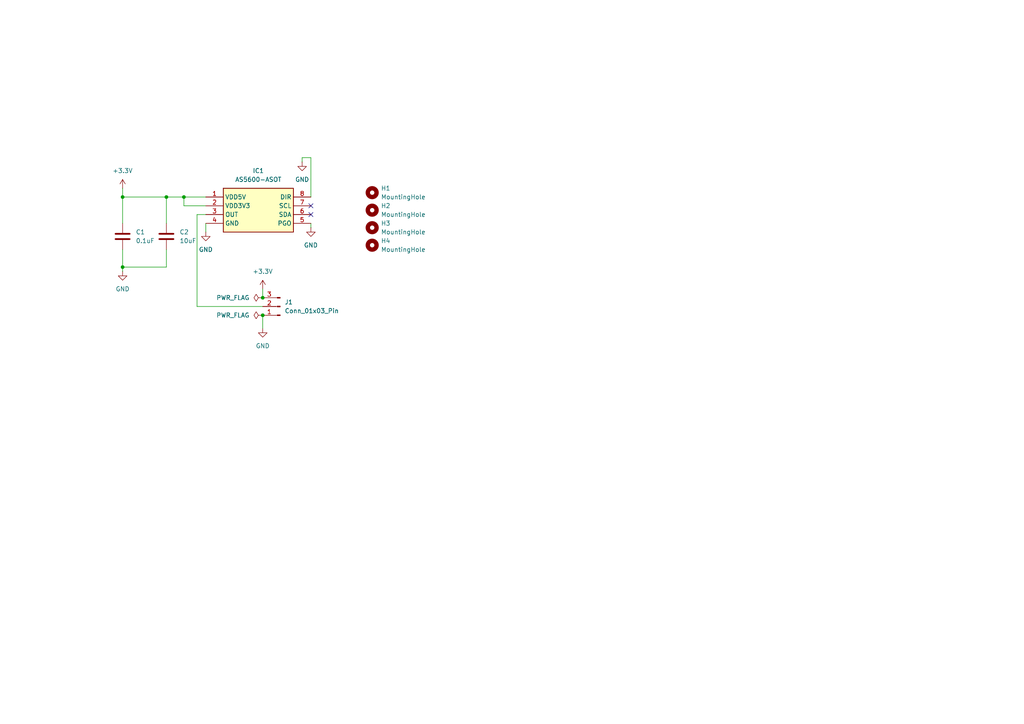
<source format=kicad_sch>
(kicad_sch
	(version 20250114)
	(generator "eeschema")
	(generator_version "9.0")
	(uuid "794d29e3-fe64-4cc2-bad2-bb2c3f72b9a3")
	(paper "A4")
	(lib_symbols
		(symbol "Connector:Conn_01x03_Pin"
			(pin_names
				(offset 1.016)
				(hide yes)
			)
			(exclude_from_sim no)
			(in_bom yes)
			(on_board yes)
			(property "Reference" "J"
				(at 0 5.08 0)
				(effects
					(font
						(size 1.27 1.27)
					)
				)
			)
			(property "Value" "Conn_01x03_Pin"
				(at 0 -5.08 0)
				(effects
					(font
						(size 1.27 1.27)
					)
				)
			)
			(property "Footprint" ""
				(at 0 0 0)
				(effects
					(font
						(size 1.27 1.27)
					)
					(hide yes)
				)
			)
			(property "Datasheet" "~"
				(at 0 0 0)
				(effects
					(font
						(size 1.27 1.27)
					)
					(hide yes)
				)
			)
			(property "Description" "Generic connector, single row, 01x03, script generated"
				(at 0 0 0)
				(effects
					(font
						(size 1.27 1.27)
					)
					(hide yes)
				)
			)
			(property "ki_locked" ""
				(at 0 0 0)
				(effects
					(font
						(size 1.27 1.27)
					)
				)
			)
			(property "ki_keywords" "connector"
				(at 0 0 0)
				(effects
					(font
						(size 1.27 1.27)
					)
					(hide yes)
				)
			)
			(property "ki_fp_filters" "Connector*:*_1x??_*"
				(at 0 0 0)
				(effects
					(font
						(size 1.27 1.27)
					)
					(hide yes)
				)
			)
			(symbol "Conn_01x03_Pin_1_1"
				(rectangle
					(start 0.8636 2.667)
					(end 0 2.413)
					(stroke
						(width 0.1524)
						(type default)
					)
					(fill
						(type outline)
					)
				)
				(rectangle
					(start 0.8636 0.127)
					(end 0 -0.127)
					(stroke
						(width 0.1524)
						(type default)
					)
					(fill
						(type outline)
					)
				)
				(rectangle
					(start 0.8636 -2.413)
					(end 0 -2.667)
					(stroke
						(width 0.1524)
						(type default)
					)
					(fill
						(type outline)
					)
				)
				(polyline
					(pts
						(xy 1.27 2.54) (xy 0.8636 2.54)
					)
					(stroke
						(width 0.1524)
						(type default)
					)
					(fill
						(type none)
					)
				)
				(polyline
					(pts
						(xy 1.27 0) (xy 0.8636 0)
					)
					(stroke
						(width 0.1524)
						(type default)
					)
					(fill
						(type none)
					)
				)
				(polyline
					(pts
						(xy 1.27 -2.54) (xy 0.8636 -2.54)
					)
					(stroke
						(width 0.1524)
						(type default)
					)
					(fill
						(type none)
					)
				)
				(pin passive line
					(at 5.08 2.54 180)
					(length 3.81)
					(name "Pin_1"
						(effects
							(font
								(size 1.27 1.27)
							)
						)
					)
					(number "1"
						(effects
							(font
								(size 1.27 1.27)
							)
						)
					)
				)
				(pin passive line
					(at 5.08 0 180)
					(length 3.81)
					(name "Pin_2"
						(effects
							(font
								(size 1.27 1.27)
							)
						)
					)
					(number "2"
						(effects
							(font
								(size 1.27 1.27)
							)
						)
					)
				)
				(pin passive line
					(at 5.08 -2.54 180)
					(length 3.81)
					(name "Pin_3"
						(effects
							(font
								(size 1.27 1.27)
							)
						)
					)
					(number "3"
						(effects
							(font
								(size 1.27 1.27)
							)
						)
					)
				)
			)
			(embedded_fonts no)
		)
		(symbol "Mechanical:MountingHole"
			(pin_names
				(offset 1.016)
			)
			(exclude_from_sim no)
			(in_bom no)
			(on_board yes)
			(property "Reference" "H"
				(at 0 5.08 0)
				(effects
					(font
						(size 1.27 1.27)
					)
				)
			)
			(property "Value" "MountingHole"
				(at 0 3.175 0)
				(effects
					(font
						(size 1.27 1.27)
					)
				)
			)
			(property "Footprint" ""
				(at 0 0 0)
				(effects
					(font
						(size 1.27 1.27)
					)
					(hide yes)
				)
			)
			(property "Datasheet" "~"
				(at 0 0 0)
				(effects
					(font
						(size 1.27 1.27)
					)
					(hide yes)
				)
			)
			(property "Description" "Mounting Hole without connection"
				(at 0 0 0)
				(effects
					(font
						(size 1.27 1.27)
					)
					(hide yes)
				)
			)
			(property "ki_keywords" "mounting hole"
				(at 0 0 0)
				(effects
					(font
						(size 1.27 1.27)
					)
					(hide yes)
				)
			)
			(property "ki_fp_filters" "MountingHole*"
				(at 0 0 0)
				(effects
					(font
						(size 1.27 1.27)
					)
					(hide yes)
				)
			)
			(symbol "MountingHole_0_1"
				(circle
					(center 0 0)
					(radius 1.27)
					(stroke
						(width 1.27)
						(type default)
					)
					(fill
						(type none)
					)
				)
			)
			(embedded_fonts no)
		)
		(symbol "power:+3.3V"
			(power)
			(pin_numbers
				(hide yes)
			)
			(pin_names
				(offset 0)
				(hide yes)
			)
			(exclude_from_sim no)
			(in_bom yes)
			(on_board yes)
			(property "Reference" "#PWR"
				(at 0 -3.81 0)
				(effects
					(font
						(size 1.27 1.27)
					)
					(hide yes)
				)
			)
			(property "Value" "+3.3V"
				(at 0 3.556 0)
				(effects
					(font
						(size 1.27 1.27)
					)
				)
			)
			(property "Footprint" ""
				(at 0 0 0)
				(effects
					(font
						(size 1.27 1.27)
					)
					(hide yes)
				)
			)
			(property "Datasheet" ""
				(at 0 0 0)
				(effects
					(font
						(size 1.27 1.27)
					)
					(hide yes)
				)
			)
			(property "Description" "Power symbol creates a global label with name \"+3.3V\""
				(at 0 0 0)
				(effects
					(font
						(size 1.27 1.27)
					)
					(hide yes)
				)
			)
			(property "ki_keywords" "global power"
				(at 0 0 0)
				(effects
					(font
						(size 1.27 1.27)
					)
					(hide yes)
				)
			)
			(symbol "+3.3V_0_1"
				(polyline
					(pts
						(xy -0.762 1.27) (xy 0 2.54)
					)
					(stroke
						(width 0)
						(type default)
					)
					(fill
						(type none)
					)
				)
				(polyline
					(pts
						(xy 0 2.54) (xy 0.762 1.27)
					)
					(stroke
						(width 0)
						(type default)
					)
					(fill
						(type none)
					)
				)
				(polyline
					(pts
						(xy 0 0) (xy 0 2.54)
					)
					(stroke
						(width 0)
						(type default)
					)
					(fill
						(type none)
					)
				)
			)
			(symbol "+3.3V_1_1"
				(pin power_in line
					(at 0 0 90)
					(length 0)
					(name "~"
						(effects
							(font
								(size 1.27 1.27)
							)
						)
					)
					(number "1"
						(effects
							(font
								(size 1.27 1.27)
							)
						)
					)
				)
			)
			(embedded_fonts no)
		)
		(symbol "power:GND"
			(power)
			(pin_numbers
				(hide yes)
			)
			(pin_names
				(offset 0)
				(hide yes)
			)
			(exclude_from_sim no)
			(in_bom yes)
			(on_board yes)
			(property "Reference" "#PWR"
				(at 0 -6.35 0)
				(effects
					(font
						(size 1.27 1.27)
					)
					(hide yes)
				)
			)
			(property "Value" "GND"
				(at 0 -3.81 0)
				(effects
					(font
						(size 1.27 1.27)
					)
				)
			)
			(property "Footprint" ""
				(at 0 0 0)
				(effects
					(font
						(size 1.27 1.27)
					)
					(hide yes)
				)
			)
			(property "Datasheet" ""
				(at 0 0 0)
				(effects
					(font
						(size 1.27 1.27)
					)
					(hide yes)
				)
			)
			(property "Description" "Power symbol creates a global label with name \"GND\" , ground"
				(at 0 0 0)
				(effects
					(font
						(size 1.27 1.27)
					)
					(hide yes)
				)
			)
			(property "ki_keywords" "global power"
				(at 0 0 0)
				(effects
					(font
						(size 1.27 1.27)
					)
					(hide yes)
				)
			)
			(symbol "GND_0_1"
				(polyline
					(pts
						(xy 0 0) (xy 0 -1.27) (xy 1.27 -1.27) (xy 0 -2.54) (xy -1.27 -1.27) (xy 0 -1.27)
					)
					(stroke
						(width 0)
						(type default)
					)
					(fill
						(type none)
					)
				)
			)
			(symbol "GND_1_1"
				(pin power_in line
					(at 0 0 270)
					(length 0)
					(name "~"
						(effects
							(font
								(size 1.27 1.27)
							)
						)
					)
					(number "1"
						(effects
							(font
								(size 1.27 1.27)
							)
						)
					)
				)
			)
			(embedded_fonts no)
		)
		(symbol "power:PWR_FLAG"
			(power)
			(pin_numbers
				(hide yes)
			)
			(pin_names
				(offset 0)
				(hide yes)
			)
			(exclude_from_sim no)
			(in_bom yes)
			(on_board yes)
			(property "Reference" "#FLG"
				(at 0 1.905 0)
				(effects
					(font
						(size 1.27 1.27)
					)
					(hide yes)
				)
			)
			(property "Value" "PWR_FLAG"
				(at 0 3.81 0)
				(effects
					(font
						(size 1.27 1.27)
					)
				)
			)
			(property "Footprint" ""
				(at 0 0 0)
				(effects
					(font
						(size 1.27 1.27)
					)
					(hide yes)
				)
			)
			(property "Datasheet" "~"
				(at 0 0 0)
				(effects
					(font
						(size 1.27 1.27)
					)
					(hide yes)
				)
			)
			(property "Description" "Special symbol for telling ERC where power comes from"
				(at 0 0 0)
				(effects
					(font
						(size 1.27 1.27)
					)
					(hide yes)
				)
			)
			(property "ki_keywords" "flag power"
				(at 0 0 0)
				(effects
					(font
						(size 1.27 1.27)
					)
					(hide yes)
				)
			)
			(symbol "PWR_FLAG_0_0"
				(pin power_out line
					(at 0 0 90)
					(length 0)
					(name "~"
						(effects
							(font
								(size 1.27 1.27)
							)
						)
					)
					(number "1"
						(effects
							(font
								(size 1.27 1.27)
							)
						)
					)
				)
			)
			(symbol "PWR_FLAG_0_1"
				(polyline
					(pts
						(xy 0 0) (xy 0 1.27) (xy -1.016 1.905) (xy 0 2.54) (xy 1.016 1.905) (xy 0 1.27)
					)
					(stroke
						(width 0)
						(type default)
					)
					(fill
						(type none)
					)
				)
			)
			(embedded_fonts no)
		)
		(symbol "speed_sensor:AS5600-ASOT"
			(exclude_from_sim no)
			(in_bom yes)
			(on_board yes)
			(property "Reference" "IC"
				(at 26.67 7.62 0)
				(effects
					(font
						(size 1.27 1.27)
					)
					(justify left top)
				)
			)
			(property "Value" "AS5600-ASOT"
				(at 26.67 5.08 0)
				(effects
					(font
						(size 1.27 1.27)
					)
					(justify left top)
				)
			)
			(property "Footprint" "Package_SO:SOIC-8_3.9x4.9mm_P1.27mm"
				(at 26.67 -94.92 0)
				(effects
					(font
						(size 1.27 1.27)
					)
					(justify left top)
					(hide yes)
				)
			)
			(property "Datasheet" "https://datasheet.datasheetarchive.com/originals/distributors/DKDS-11/214624.pdf"
				(at 26.67 -194.92 0)
				(effects
					(font
						(size 1.27 1.27)
					)
					(justify left top)
					(hide yes)
				)
			)
			(property "Description" "Board Mount Hall Effect / Magnetic Sensors AS5600 Magnetic Sensor 12-Bit"
				(at 0 0 0)
				(effects
					(font
						(size 1.27 1.27)
					)
					(hide yes)
				)
			)
			(property "Height" "1.75"
				(at 26.67 -394.92 0)
				(effects
					(font
						(size 1.27 1.27)
					)
					(justify left top)
					(hide yes)
				)
			)
			(property "Mouser Part Number" "985-AS5600-ASOT"
				(at 26.67 -494.92 0)
				(effects
					(font
						(size 1.27 1.27)
					)
					(justify left top)
					(hide yes)
				)
			)
			(property "Mouser Price/Stock" "https://www.mouser.co.uk/ProductDetail/ams-OSRAM/AS5600-ASOT?qs=KTMMzrZdriGJpjhsnAEYBA%3D%3D"
				(at 26.67 -594.92 0)
				(effects
					(font
						(size 1.27 1.27)
					)
					(justify left top)
					(hide yes)
				)
			)
			(property "Manufacturer_Name" "ams OSRAM"
				(at 26.67 -694.92 0)
				(effects
					(font
						(size 1.27 1.27)
					)
					(justify left top)
					(hide yes)
				)
			)
			(property "Manufacturer_Part_Number" "AS5600-ASOT"
				(at 26.67 -794.92 0)
				(effects
					(font
						(size 1.27 1.27)
					)
					(justify left top)
					(hide yes)
				)
			)
			(symbol "AS5600-ASOT_1_1"
				(rectangle
					(start 5.08 2.54)
					(end 25.4 -10.16)
					(stroke
						(width 0.254)
						(type default)
					)
					(fill
						(type background)
					)
				)
				(pin passive line
					(at 0 0 0)
					(length 5.08)
					(name "VDD5V"
						(effects
							(font
								(size 1.27 1.27)
							)
						)
					)
					(number "1"
						(effects
							(font
								(size 1.27 1.27)
							)
						)
					)
				)
				(pin passive line
					(at 0 -2.54 0)
					(length 5.08)
					(name "VDD3V3"
						(effects
							(font
								(size 1.27 1.27)
							)
						)
					)
					(number "2"
						(effects
							(font
								(size 1.27 1.27)
							)
						)
					)
				)
				(pin passive line
					(at 0 -5.08 0)
					(length 5.08)
					(name "OUT"
						(effects
							(font
								(size 1.27 1.27)
							)
						)
					)
					(number "3"
						(effects
							(font
								(size 1.27 1.27)
							)
						)
					)
				)
				(pin passive line
					(at 0 -7.62 0)
					(length 5.08)
					(name "GND"
						(effects
							(font
								(size 1.27 1.27)
							)
						)
					)
					(number "4"
						(effects
							(font
								(size 1.27 1.27)
							)
						)
					)
				)
				(pin passive line
					(at 30.48 0 180)
					(length 5.08)
					(name "DIR"
						(effects
							(font
								(size 1.27 1.27)
							)
						)
					)
					(number "8"
						(effects
							(font
								(size 1.27 1.27)
							)
						)
					)
				)
				(pin passive line
					(at 30.48 -2.54 180)
					(length 5.08)
					(name "SCL"
						(effects
							(font
								(size 1.27 1.27)
							)
						)
					)
					(number "7"
						(effects
							(font
								(size 1.27 1.27)
							)
						)
					)
				)
				(pin passive line
					(at 30.48 -5.08 180)
					(length 5.08)
					(name "SDA"
						(effects
							(font
								(size 1.27 1.27)
							)
						)
					)
					(number "6"
						(effects
							(font
								(size 1.27 1.27)
							)
						)
					)
				)
				(pin passive line
					(at 30.48 -7.62 180)
					(length 5.08)
					(name "PGO"
						(effects
							(font
								(size 1.27 1.27)
							)
						)
					)
					(number "5"
						(effects
							(font
								(size 1.27 1.27)
							)
						)
					)
				)
			)
			(embedded_fonts no)
		)
		(symbol "speed_sensor:C320C104K5R5TA"
			(pin_numbers
				(hide yes)
			)
			(pin_names
				(offset 0.254)
			)
			(exclude_from_sim no)
			(in_bom yes)
			(on_board yes)
			(property "Reference" "C"
				(at 0.635 2.54 0)
				(effects
					(font
						(size 1.27 1.27)
					)
					(justify left)
				)
			)
			(property "Value" "0.1uF"
				(at 0.635 -2.54 0)
				(effects
					(font
						(size 1.27 1.27)
					)
					(justify left)
				)
			)
			(property "Footprint" "project:CAP_C320_KEM"
				(at 0.9652 -3.81 0)
				(effects
					(font
						(size 1.27 1.27)
					)
					(hide yes)
				)
			)
			(property "Datasheet" "~"
				(at 0 0 0)
				(effects
					(font
						(size 1.27 1.27)
					)
					(hide yes)
				)
			)
			(property "Description" "0.1 µF ±10% 50V Ceramic Capacitor X7R Radial"
				(at 0 0 0)
				(effects
					(font
						(size 1.27 1.27)
					)
					(hide yes)
				)
			)
			(property "Part #" "C320C104K5R5TA"
				(at 0 0 0)
				(effects
					(font
						(size 1.27 1.27)
					)
					(hide yes)
				)
			)
			(property "MFG" "Kemet"
				(at 0 0 0)
				(effects
					(font
						(size 1.27 1.27)
					)
					(hide yes)
				)
			)
			(property "ki_keywords" "cap capacitor"
				(at 0 0 0)
				(effects
					(font
						(size 1.27 1.27)
					)
					(hide yes)
				)
			)
			(property "ki_fp_filters" "C_*"
				(at 0 0 0)
				(effects
					(font
						(size 1.27 1.27)
					)
					(hide yes)
				)
			)
			(symbol "C320C104K5R5TA_0_1"
				(polyline
					(pts
						(xy -2.032 0.762) (xy 2.032 0.762)
					)
					(stroke
						(width 0.508)
						(type default)
					)
					(fill
						(type none)
					)
				)
				(polyline
					(pts
						(xy -2.032 -0.762) (xy 2.032 -0.762)
					)
					(stroke
						(width 0.508)
						(type default)
					)
					(fill
						(type none)
					)
				)
			)
			(symbol "C320C104K5R5TA_1_1"
				(pin passive line
					(at 0 3.81 270)
					(length 2.794)
					(name "~"
						(effects
							(font
								(size 1.27 1.27)
							)
						)
					)
					(number "1"
						(effects
							(font
								(size 1.27 1.27)
							)
						)
					)
				)
				(pin passive line
					(at 0 -3.81 90)
					(length 2.794)
					(name "~"
						(effects
							(font
								(size 1.27 1.27)
							)
						)
					)
					(number "2"
						(effects
							(font
								(size 1.27 1.27)
							)
						)
					)
				)
			)
			(embedded_fonts no)
		)
		(symbol "speed_sensor:FG20X7R1H106KRT06"
			(pin_numbers
				(hide yes)
			)
			(pin_names
				(offset 0.254)
			)
			(exclude_from_sim no)
			(in_bom yes)
			(on_board yes)
			(property "Reference" "C"
				(at 0.635 2.54 0)
				(effects
					(font
						(size 1.27 1.27)
					)
					(justify left)
				)
			)
			(property "Value" "10uF"
				(at 0.635 -2.54 0)
				(effects
					(font
						(size 1.27 1.27)
					)
					(justify left)
				)
			)
			(property "Footprint" "Capacitor_THT:CP_Radial_Tantal_D5.5mm_P5.00mm"
				(at 0.9652 -3.81 0)
				(effects
					(font
						(size 1.27 1.27)
					)
					(hide yes)
				)
			)
			(property "Datasheet" "~"
				(at 0 0 0)
				(effects
					(font
						(size 1.27 1.27)
					)
					(hide yes)
				)
			)
			(property "Description" "10 µF ±10% 50V Ceramic Capacitor X7R Radial"
				(at 0 0 0)
				(effects
					(font
						(size 1.27 1.27)
					)
					(hide yes)
				)
			)
			(property "Part #" "FG20X7R1H106KRT06"
				(at 0 0 0)
				(effects
					(font
						(size 1.27 1.27)
					)
					(hide yes)
				)
			)
			(property "MFG" "TDK Corporation"
				(at 0 0 0)
				(effects
					(font
						(size 1.27 1.27)
					)
					(hide yes)
				)
			)
			(property "ki_keywords" "cap capacitor"
				(at 0 0 0)
				(effects
					(font
						(size 1.27 1.27)
					)
					(hide yes)
				)
			)
			(property "ki_fp_filters" "C_*"
				(at 0 0 0)
				(effects
					(font
						(size 1.27 1.27)
					)
					(hide yes)
				)
			)
			(symbol "FG20X7R1H106KRT06_0_1"
				(polyline
					(pts
						(xy -2.032 0.762) (xy 2.032 0.762)
					)
					(stroke
						(width 0.508)
						(type default)
					)
					(fill
						(type none)
					)
				)
				(polyline
					(pts
						(xy -2.032 -0.762) (xy 2.032 -0.762)
					)
					(stroke
						(width 0.508)
						(type default)
					)
					(fill
						(type none)
					)
				)
			)
			(symbol "FG20X7R1H106KRT06_1_1"
				(pin passive line
					(at 0 3.81 270)
					(length 2.794)
					(name "~"
						(effects
							(font
								(size 1.27 1.27)
							)
						)
					)
					(number "1"
						(effects
							(font
								(size 1.27 1.27)
							)
						)
					)
				)
				(pin passive line
					(at 0 -3.81 90)
					(length 2.794)
					(name "~"
						(effects
							(font
								(size 1.27 1.27)
							)
						)
					)
					(number "2"
						(effects
							(font
								(size 1.27 1.27)
							)
						)
					)
				)
			)
			(embedded_fonts no)
		)
	)
	(junction
		(at 48.26 57.15)
		(diameter 0)
		(color 0 0 0 0)
		(uuid "04768532-e1ae-478f-bc3f-a47c0994ab39")
	)
	(junction
		(at 76.2 91.44)
		(diameter 0)
		(color 0 0 0 0)
		(uuid "5848b014-c17a-4415-a30c-45965fe355db")
	)
	(junction
		(at 53.34 57.15)
		(diameter 0)
		(color 0 0 0 0)
		(uuid "95527b6b-b15c-4e35-ab11-c81654c3ca16")
	)
	(junction
		(at 76.2 86.36)
		(diameter 0)
		(color 0 0 0 0)
		(uuid "9d2bd264-9d43-4be9-a710-96c075c712df")
	)
	(junction
		(at 35.56 77.47)
		(diameter 0)
		(color 0 0 0 0)
		(uuid "aa59cef3-d328-4cc7-8c10-a67c9c26ca32")
	)
	(junction
		(at 35.56 57.15)
		(diameter 0)
		(color 0 0 0 0)
		(uuid "ec79bffb-9049-4e17-9c8f-f68ad6320d63")
	)
	(no_connect
		(at 90.17 59.69)
		(uuid "d0e5e006-7d53-4605-814b-3bb3f3aa6b55")
	)
	(no_connect
		(at 90.17 62.23)
		(uuid "f49bc007-361d-4208-bf50-dab2dd29a7e1")
	)
	(wire
		(pts
			(xy 48.26 57.15) (xy 48.26 64.77)
		)
		(stroke
			(width 0)
			(type default)
		)
		(uuid "03502b9d-89db-47e3-b360-6ecefbd92607")
	)
	(wire
		(pts
			(xy 57.15 62.23) (xy 59.69 62.23)
		)
		(stroke
			(width 0)
			(type default)
		)
		(uuid "29aeac80-cd8c-48e6-b3a7-50d9a437229b")
	)
	(wire
		(pts
			(xy 35.56 57.15) (xy 35.56 64.77)
		)
		(stroke
			(width 0)
			(type default)
		)
		(uuid "31c38018-f43b-4ac1-9875-2e527df23f2c")
	)
	(wire
		(pts
			(xy 59.69 57.15) (xy 53.34 57.15)
		)
		(stroke
			(width 0)
			(type default)
		)
		(uuid "36421edb-f0bc-4692-a4a1-e29cd48fe222")
	)
	(wire
		(pts
			(xy 76.2 83.82) (xy 76.2 86.36)
		)
		(stroke
			(width 0)
			(type default)
		)
		(uuid "42beae1e-ace2-44d9-b214-4b8efd72d16d")
	)
	(wire
		(pts
			(xy 87.63 45.72) (xy 87.63 46.99)
		)
		(stroke
			(width 0)
			(type default)
		)
		(uuid "66f29451-92b1-4066-a273-2634386c2283")
	)
	(wire
		(pts
			(xy 35.56 54.61) (xy 35.56 57.15)
		)
		(stroke
			(width 0)
			(type default)
		)
		(uuid "6bf54889-7baf-4bee-8d42-aeca44548e16")
	)
	(wire
		(pts
			(xy 90.17 57.15) (xy 90.17 45.72)
		)
		(stroke
			(width 0)
			(type default)
		)
		(uuid "6c1719b5-8a37-4cef-81a2-aa1abcee3c72")
	)
	(wire
		(pts
			(xy 48.26 57.15) (xy 35.56 57.15)
		)
		(stroke
			(width 0)
			(type default)
		)
		(uuid "7ec06e7e-8460-49ad-b9cf-70058a0837cd")
	)
	(wire
		(pts
			(xy 90.17 45.72) (xy 87.63 45.72)
		)
		(stroke
			(width 0)
			(type default)
		)
		(uuid "8698514f-0bfb-4700-a1d0-b5c26e301162")
	)
	(wire
		(pts
			(xy 59.69 64.77) (xy 59.69 67.31)
		)
		(stroke
			(width 0)
			(type default)
		)
		(uuid "97c72671-1f74-4af0-bc04-1cba6e3c9dc4")
	)
	(wire
		(pts
			(xy 90.17 66.04) (xy 90.17 64.77)
		)
		(stroke
			(width 0)
			(type default)
		)
		(uuid "a0f7a226-d270-4199-969b-a92feb224d15")
	)
	(wire
		(pts
			(xy 59.69 59.69) (xy 53.34 59.69)
		)
		(stroke
			(width 0)
			(type default)
		)
		(uuid "b02af5b5-4bbe-4405-974d-853396f6d20d")
	)
	(wire
		(pts
			(xy 57.15 62.23) (xy 57.15 88.9)
		)
		(stroke
			(width 0)
			(type default)
		)
		(uuid "b35a36db-29c4-46fc-b366-923df43d6aba")
	)
	(wire
		(pts
			(xy 35.56 72.39) (xy 35.56 77.47)
		)
		(stroke
			(width 0)
			(type default)
		)
		(uuid "c2407aee-dd07-4f48-bc7c-fbbeaaec1ce4")
	)
	(wire
		(pts
			(xy 76.2 91.44) (xy 76.2 95.25)
		)
		(stroke
			(width 0)
			(type default)
		)
		(uuid "d68e8360-a6fe-478b-b9d3-8bde2967aa6e")
	)
	(wire
		(pts
			(xy 53.34 57.15) (xy 48.26 57.15)
		)
		(stroke
			(width 0)
			(type default)
		)
		(uuid "d7b3ddfa-8fd2-4c9a-82d8-820ea6ce42ef")
	)
	(wire
		(pts
			(xy 48.26 72.39) (xy 48.26 77.47)
		)
		(stroke
			(width 0)
			(type default)
		)
		(uuid "ea707cc5-76e2-4322-a484-c61e4e922ce4")
	)
	(wire
		(pts
			(xy 35.56 77.47) (xy 35.56 78.74)
		)
		(stroke
			(width 0)
			(type default)
		)
		(uuid "eb538722-1bbd-4491-97e5-8ce174ec0f70")
	)
	(wire
		(pts
			(xy 53.34 59.69) (xy 53.34 57.15)
		)
		(stroke
			(width 0)
			(type default)
		)
		(uuid "f1a9e080-9cd5-49cd-93fb-ed7e03735449")
	)
	(wire
		(pts
			(xy 48.26 77.47) (xy 35.56 77.47)
		)
		(stroke
			(width 0)
			(type default)
		)
		(uuid "f5bb2abc-d742-47b7-813a-834c86ce9bc4")
	)
	(wire
		(pts
			(xy 57.15 88.9) (xy 76.2 88.9)
		)
		(stroke
			(width 0)
			(type default)
		)
		(uuid "f79610f6-f76d-446f-b9bf-01b115421e2e")
	)
	(symbol
		(lib_id "power:GND")
		(at 59.69 67.31 0)
		(unit 1)
		(exclude_from_sim no)
		(in_bom yes)
		(on_board yes)
		(dnp no)
		(fields_autoplaced yes)
		(uuid "06aeed6a-07b6-4f0d-8c58-060672a84a58")
		(property "Reference" "#PWR03"
			(at 59.69 73.66 0)
			(effects
				(font
					(size 1.27 1.27)
				)
				(hide yes)
			)
		)
		(property "Value" "GND"
			(at 59.69 72.39 0)
			(effects
				(font
					(size 1.27 1.27)
				)
			)
		)
		(property "Footprint" ""
			(at 59.69 67.31 0)
			(effects
				(font
					(size 1.27 1.27)
				)
				(hide yes)
			)
		)
		(property "Datasheet" ""
			(at 59.69 67.31 0)
			(effects
				(font
					(size 1.27 1.27)
				)
				(hide yes)
			)
		)
		(property "Description" "Power symbol creates a global label with name \"GND\" , ground"
			(at 59.69 67.31 0)
			(effects
				(font
					(size 1.27 1.27)
				)
				(hide yes)
			)
		)
		(pin "1"
			(uuid "73c6441b-4123-4cb2-a248-203c960a6df2")
		)
		(instances
			(project "speed-sensor-PCB"
				(path "/794d29e3-fe64-4cc2-bad2-bb2c3f72b9a3"
					(reference "#PWR03")
					(unit 1)
				)
			)
		)
	)
	(symbol
		(lib_id "Mechanical:MountingHole")
		(at 107.95 60.96 0)
		(unit 1)
		(exclude_from_sim no)
		(in_bom no)
		(on_board yes)
		(dnp no)
		(fields_autoplaced yes)
		(uuid "0cc5f733-4e1b-4894-89e8-ff76a1777e17")
		(property "Reference" "H2"
			(at 110.49 59.6899 0)
			(effects
				(font
					(size 1.27 1.27)
				)
				(justify left)
			)
		)
		(property "Value" "MountingHole"
			(at 110.49 62.2299 0)
			(effects
				(font
					(size 1.27 1.27)
				)
				(justify left)
			)
		)
		(property "Footprint" "MountingHole:MountingHole_3.2mm_M3_ISO7380"
			(at 107.95 60.96 0)
			(effects
				(font
					(size 1.27 1.27)
				)
				(hide yes)
			)
		)
		(property "Datasheet" "~"
			(at 107.95 60.96 0)
			(effects
				(font
					(size 1.27 1.27)
				)
				(hide yes)
			)
		)
		(property "Description" "Mounting Hole without connection"
			(at 107.95 60.96 0)
			(effects
				(font
					(size 1.27 1.27)
				)
				(hide yes)
			)
		)
		(instances
			(project "speed-sensor-PCB"
				(path "/794d29e3-fe64-4cc2-bad2-bb2c3f72b9a3"
					(reference "H2")
					(unit 1)
				)
			)
		)
	)
	(symbol
		(lib_id "Connector:Conn_01x03_Pin")
		(at 81.28 88.9 180)
		(unit 1)
		(exclude_from_sim no)
		(in_bom yes)
		(on_board yes)
		(dnp no)
		(fields_autoplaced yes)
		(uuid "2bbd1bef-43ad-4b73-85c0-c85849c78d29")
		(property "Reference" "J1"
			(at 82.55 87.6299 0)
			(effects
				(font
					(size 1.27 1.27)
				)
				(justify right)
			)
		)
		(property "Value" "Conn_01x03_Pin"
			(at 82.55 90.1699 0)
			(effects
				(font
					(size 1.27 1.27)
				)
				(justify right)
			)
		)
		(property "Footprint" "Connector_JST:JST_VH_B3P-VH-FB-B_1x03_P3.96mm_Vertical"
			(at 81.28 88.9 0)
			(effects
				(font
					(size 1.27 1.27)
				)
				(hide yes)
			)
		)
		(property "Datasheet" "~"
			(at 81.28 88.9 0)
			(effects
				(font
					(size 1.27 1.27)
				)
				(hide yes)
			)
		)
		(property "Description" "Generic connector, single row, 01x03, script generated"
			(at 81.28 88.9 0)
			(effects
				(font
					(size 1.27 1.27)
				)
				(hide yes)
			)
		)
		(pin "1"
			(uuid "22944a66-8a6c-4e56-be77-d4b4e3b1541c")
		)
		(pin "3"
			(uuid "0545f4e7-8ac2-4639-b1de-522dc5ce8c76")
		)
		(pin "2"
			(uuid "6a19b0b1-6b8e-41aa-adaf-6e81741153d0")
		)
		(instances
			(project ""
				(path "/794d29e3-fe64-4cc2-bad2-bb2c3f72b9a3"
					(reference "J1")
					(unit 1)
				)
			)
		)
	)
	(symbol
		(lib_id "Mechanical:MountingHole")
		(at 107.95 66.04 0)
		(unit 1)
		(exclude_from_sim no)
		(in_bom no)
		(on_board yes)
		(dnp no)
		(fields_autoplaced yes)
		(uuid "342caa50-0dc1-46be-af13-91cc34f0bfd4")
		(property "Reference" "H3"
			(at 110.49 64.7699 0)
			(effects
				(font
					(size 1.27 1.27)
				)
				(justify left)
			)
		)
		(property "Value" "MountingHole"
			(at 110.49 67.3099 0)
			(effects
				(font
					(size 1.27 1.27)
				)
				(justify left)
			)
		)
		(property "Footprint" "MountingHole:MountingHole_3.2mm_M3_ISO7380"
			(at 107.95 66.04 0)
			(effects
				(font
					(size 1.27 1.27)
				)
				(hide yes)
			)
		)
		(property "Datasheet" "~"
			(at 107.95 66.04 0)
			(effects
				(font
					(size 1.27 1.27)
				)
				(hide yes)
			)
		)
		(property "Description" "Mounting Hole without connection"
			(at 107.95 66.04 0)
			(effects
				(font
					(size 1.27 1.27)
				)
				(hide yes)
			)
		)
		(instances
			(project "speed-sensor-PCB"
				(path "/794d29e3-fe64-4cc2-bad2-bb2c3f72b9a3"
					(reference "H3")
					(unit 1)
				)
			)
		)
	)
	(symbol
		(lib_id "power:GND")
		(at 35.56 78.74 0)
		(unit 1)
		(exclude_from_sim no)
		(in_bom yes)
		(on_board yes)
		(dnp no)
		(fields_autoplaced yes)
		(uuid "3d95f20b-c3e4-4db9-bc6f-03aa74c026db")
		(property "Reference" "#PWR02"
			(at 35.56 85.09 0)
			(effects
				(font
					(size 1.27 1.27)
				)
				(hide yes)
			)
		)
		(property "Value" "GND"
			(at 35.56 83.82 0)
			(effects
				(font
					(size 1.27 1.27)
				)
			)
		)
		(property "Footprint" ""
			(at 35.56 78.74 0)
			(effects
				(font
					(size 1.27 1.27)
				)
				(hide yes)
			)
		)
		(property "Datasheet" ""
			(at 35.56 78.74 0)
			(effects
				(font
					(size 1.27 1.27)
				)
				(hide yes)
			)
		)
		(property "Description" "Power symbol creates a global label with name \"GND\" , ground"
			(at 35.56 78.74 0)
			(effects
				(font
					(size 1.27 1.27)
				)
				(hide yes)
			)
		)
		(pin "1"
			(uuid "882b1b23-6e73-4344-a2a0-106327d2fb3a")
		)
		(instances
			(project ""
				(path "/794d29e3-fe64-4cc2-bad2-bb2c3f72b9a3"
					(reference "#PWR02")
					(unit 1)
				)
			)
		)
	)
	(symbol
		(lib_id "power:PWR_FLAG")
		(at 76.2 86.36 90)
		(unit 1)
		(exclude_from_sim no)
		(in_bom yes)
		(on_board yes)
		(dnp no)
		(fields_autoplaced yes)
		(uuid "50e8d488-dc25-4e56-876d-16f00f189565")
		(property "Reference" "#FLG01"
			(at 74.295 86.36 0)
			(effects
				(font
					(size 1.27 1.27)
				)
				(hide yes)
			)
		)
		(property "Value" "PWR_FLAG"
			(at 72.39 86.3599 90)
			(effects
				(font
					(size 1.27 1.27)
				)
				(justify left)
			)
		)
		(property "Footprint" ""
			(at 76.2 86.36 0)
			(effects
				(font
					(size 1.27 1.27)
				)
				(hide yes)
			)
		)
		(property "Datasheet" "~"
			(at 76.2 86.36 0)
			(effects
				(font
					(size 1.27 1.27)
				)
				(hide yes)
			)
		)
		(property "Description" "Special symbol for telling ERC where power comes from"
			(at 76.2 86.36 0)
			(effects
				(font
					(size 1.27 1.27)
				)
				(hide yes)
			)
		)
		(pin "1"
			(uuid "f979a706-7c8f-4ea6-a690-2c0d9cfcc6b1")
		)
		(instances
			(project "speed-sensor-PCB"
				(path "/794d29e3-fe64-4cc2-bad2-bb2c3f72b9a3"
					(reference "#FLG01")
					(unit 1)
				)
			)
		)
	)
	(symbol
		(lib_id "power:PWR_FLAG")
		(at 76.2 91.44 90)
		(unit 1)
		(exclude_from_sim no)
		(in_bom yes)
		(on_board yes)
		(dnp no)
		(fields_autoplaced yes)
		(uuid "61f7b5be-eccb-49c8-ac6d-d180012e780a")
		(property "Reference" "#FLG03"
			(at 74.295 91.44 0)
			(effects
				(font
					(size 1.27 1.27)
				)
				(hide yes)
			)
		)
		(property "Value" "PWR_FLAG"
			(at 72.39 91.4399 90)
			(effects
				(font
					(size 1.27 1.27)
				)
				(justify left)
			)
		)
		(property "Footprint" ""
			(at 76.2 91.44 0)
			(effects
				(font
					(size 1.27 1.27)
				)
				(hide yes)
			)
		)
		(property "Datasheet" "~"
			(at 76.2 91.44 0)
			(effects
				(font
					(size 1.27 1.27)
				)
				(hide yes)
			)
		)
		(property "Description" "Special symbol for telling ERC where power comes from"
			(at 76.2 91.44 0)
			(effects
				(font
					(size 1.27 1.27)
				)
				(hide yes)
			)
		)
		(pin "1"
			(uuid "05aa7fa4-756f-487c-a8dd-1a96fe54bf14")
		)
		(instances
			(project "speed-sensor-PCB"
				(path "/794d29e3-fe64-4cc2-bad2-bb2c3f72b9a3"
					(reference "#FLG03")
					(unit 1)
				)
			)
		)
	)
	(symbol
		(lib_id "power:GND")
		(at 90.17 66.04 0)
		(unit 1)
		(exclude_from_sim no)
		(in_bom yes)
		(on_board yes)
		(dnp no)
		(fields_autoplaced yes)
		(uuid "8013d906-5204-40e0-92c8-4b7254443c25")
		(property "Reference" "#PWR05"
			(at 90.17 72.39 0)
			(effects
				(font
					(size 1.27 1.27)
				)
				(hide yes)
			)
		)
		(property "Value" "GND"
			(at 90.17 71.12 0)
			(effects
				(font
					(size 1.27 1.27)
				)
			)
		)
		(property "Footprint" ""
			(at 90.17 66.04 0)
			(effects
				(font
					(size 1.27 1.27)
				)
				(hide yes)
			)
		)
		(property "Datasheet" ""
			(at 90.17 66.04 0)
			(effects
				(font
					(size 1.27 1.27)
				)
				(hide yes)
			)
		)
		(property "Description" "Power symbol creates a global label with name \"GND\" , ground"
			(at 90.17 66.04 0)
			(effects
				(font
					(size 1.27 1.27)
				)
				(hide yes)
			)
		)
		(pin "1"
			(uuid "0db21cea-855c-4d65-87eb-65d7bce66ffb")
		)
		(instances
			(project "speed-sensor-PCB"
				(path "/794d29e3-fe64-4cc2-bad2-bb2c3f72b9a3"
					(reference "#PWR05")
					(unit 1)
				)
			)
		)
	)
	(symbol
		(lib_id "Mechanical:MountingHole")
		(at 107.95 71.12 0)
		(unit 1)
		(exclude_from_sim no)
		(in_bom no)
		(on_board yes)
		(dnp no)
		(fields_autoplaced yes)
		(uuid "8198c486-ca80-45e6-af0c-5f5839949bcf")
		(property "Reference" "H4"
			(at 110.49 69.8499 0)
			(effects
				(font
					(size 1.27 1.27)
				)
				(justify left)
			)
		)
		(property "Value" "MountingHole"
			(at 110.49 72.3899 0)
			(effects
				(font
					(size 1.27 1.27)
				)
				(justify left)
			)
		)
		(property "Footprint" "MountingHole:MountingHole_3.2mm_M3_ISO7380"
			(at 107.95 71.12 0)
			(effects
				(font
					(size 1.27 1.27)
				)
				(hide yes)
			)
		)
		(property "Datasheet" "~"
			(at 107.95 71.12 0)
			(effects
				(font
					(size 1.27 1.27)
				)
				(hide yes)
			)
		)
		(property "Description" "Mounting Hole without connection"
			(at 107.95 71.12 0)
			(effects
				(font
					(size 1.27 1.27)
				)
				(hide yes)
			)
		)
		(instances
			(project "speed-sensor-PCB"
				(path "/794d29e3-fe64-4cc2-bad2-bb2c3f72b9a3"
					(reference "H4")
					(unit 1)
				)
			)
		)
	)
	(symbol
		(lib_id "speed_sensor:FG20X7R1H106KRT06")
		(at 48.26 68.58 0)
		(unit 1)
		(exclude_from_sim no)
		(in_bom yes)
		(on_board yes)
		(dnp no)
		(fields_autoplaced yes)
		(uuid "9814fdd4-500f-4f2e-8f29-44f7b79f7f9f")
		(property "Reference" "C2"
			(at 52.07 67.3099 0)
			(effects
				(font
					(size 1.27 1.27)
				)
				(justify left)
			)
		)
		(property "Value" "10uF"
			(at 52.07 69.8499 0)
			(effects
				(font
					(size 1.27 1.27)
				)
				(justify left)
			)
		)
		(property "Footprint" "Capacitor_THT:CP_Radial_Tantal_D5.5mm_P5.00mm"
			(at 49.2252 72.39 0)
			(effects
				(font
					(size 1.27 1.27)
				)
				(hide yes)
			)
		)
		(property "Datasheet" "~"
			(at 48.26 68.58 0)
			(effects
				(font
					(size 1.27 1.27)
				)
				(hide yes)
			)
		)
		(property "Description" "10 µF ±10% 50V Ceramic Capacitor X7R Radial"
			(at 48.26 68.58 0)
			(effects
				(font
					(size 1.27 1.27)
				)
				(hide yes)
			)
		)
		(property "Part #" "FG20X7R1H106KRT06"
			(at 48.26 68.58 0)
			(effects
				(font
					(size 1.27 1.27)
				)
				(hide yes)
			)
		)
		(property "MFG" "TDK Corporation"
			(at 48.26 68.58 0)
			(effects
				(font
					(size 1.27 1.27)
				)
				(hide yes)
			)
		)
		(pin "1"
			(uuid "e8b7b9e9-8e2e-40c4-aaf9-98d32f677435")
		)
		(pin "2"
			(uuid "c42c2a0d-7792-46a4-9865-7524eb0a4769")
		)
		(instances
			(project ""
				(path "/794d29e3-fe64-4cc2-bad2-bb2c3f72b9a3"
					(reference "C2")
					(unit 1)
				)
			)
		)
	)
	(symbol
		(lib_id "power:+3.3V")
		(at 76.2 83.82 0)
		(unit 1)
		(exclude_from_sim no)
		(in_bom yes)
		(on_board yes)
		(dnp no)
		(fields_autoplaced yes)
		(uuid "9e609f85-b6a0-4ab1-8782-16039ddfa6c1")
		(property "Reference" "#PWR06"
			(at 76.2 87.63 0)
			(effects
				(font
					(size 1.27 1.27)
				)
				(hide yes)
			)
		)
		(property "Value" "+3.3V"
			(at 76.2 78.74 0)
			(effects
				(font
					(size 1.27 1.27)
				)
			)
		)
		(property "Footprint" ""
			(at 76.2 83.82 0)
			(effects
				(font
					(size 1.27 1.27)
				)
				(hide yes)
			)
		)
		(property "Datasheet" ""
			(at 76.2 83.82 0)
			(effects
				(font
					(size 1.27 1.27)
				)
				(hide yes)
			)
		)
		(property "Description" "Power symbol creates a global label with name \"+3.3V\""
			(at 76.2 83.82 0)
			(effects
				(font
					(size 1.27 1.27)
				)
				(hide yes)
			)
		)
		(pin "1"
			(uuid "b2cbbbbd-d3e0-4ac4-a87b-5dfe63e7b7f0")
		)
		(instances
			(project "speed-sensor-PCB"
				(path "/794d29e3-fe64-4cc2-bad2-bb2c3f72b9a3"
					(reference "#PWR06")
					(unit 1)
				)
			)
		)
	)
	(symbol
		(lib_id "speed_sensor:AS5600-ASOT")
		(at 59.69 57.15 0)
		(unit 1)
		(exclude_from_sim no)
		(in_bom yes)
		(on_board yes)
		(dnp no)
		(fields_autoplaced yes)
		(uuid "b828541f-cc98-432f-9939-217ea5253793")
		(property "Reference" "IC1"
			(at 74.93 49.53 0)
			(effects
				(font
					(size 1.27 1.27)
				)
			)
		)
		(property "Value" "AS5600-ASOT"
			(at 74.93 52.07 0)
			(effects
				(font
					(size 1.27 1.27)
				)
			)
		)
		(property "Footprint" "Package_SO:SOIC-8_3.9x4.9mm_P1.27mm"
			(at 86.36 152.07 0)
			(effects
				(font
					(size 1.27 1.27)
				)
				(justify left top)
				(hide yes)
			)
		)
		(property "Datasheet" "https://datasheet.datasheetarchive.com/originals/distributors/DKDS-11/214624.pdf"
			(at 86.36 252.07 0)
			(effects
				(font
					(size 1.27 1.27)
				)
				(justify left top)
				(hide yes)
			)
		)
		(property "Description" "Board Mount Hall Effect / Magnetic Sensors AS5600 Magnetic Sensor 12-Bit"
			(at 59.69 57.15 0)
			(effects
				(font
					(size 1.27 1.27)
				)
				(hide yes)
			)
		)
		(property "Height" "1.75"
			(at 86.36 452.07 0)
			(effects
				(font
					(size 1.27 1.27)
				)
				(justify left top)
				(hide yes)
			)
		)
		(property "Mouser Part Number" "985-AS5600-ASOT"
			(at 86.36 552.07 0)
			(effects
				(font
					(size 1.27 1.27)
				)
				(justify left top)
				(hide yes)
			)
		)
		(property "Mouser Price/Stock" "https://www.mouser.co.uk/ProductDetail/ams-OSRAM/AS5600-ASOT?qs=KTMMzrZdriGJpjhsnAEYBA%3D%3D"
			(at 86.36 652.07 0)
			(effects
				(font
					(size 1.27 1.27)
				)
				(justify left top)
				(hide yes)
			)
		)
		(property "Manufacturer_Name" "ams OSRAM"
			(at 86.36 752.07 0)
			(effects
				(font
					(size 1.27 1.27)
				)
				(justify left top)
				(hide yes)
			)
		)
		(property "Manufacturer_Part_Number" "AS5600-ASOT"
			(at 86.36 852.07 0)
			(effects
				(font
					(size 1.27 1.27)
				)
				(justify left top)
				(hide yes)
			)
		)
		(pin "2"
			(uuid "f68bf6eb-f8e4-4933-9a20-f0bf3f2965cd")
		)
		(pin "1"
			(uuid "5f418c5d-b0d7-40ad-85d0-1badcd798e2a")
		)
		(pin "5"
			(uuid "c342eddc-d623-4b25-aa43-e107fe5b2c86")
		)
		(pin "3"
			(uuid "3c1f9372-93cd-43f9-9d3c-e98ace1367dd")
		)
		(pin "8"
			(uuid "901cbd3c-52e5-458b-b90a-7fc32be2f726")
		)
		(pin "7"
			(uuid "226208d5-f77f-4fbd-8be0-7bf7774f7dee")
		)
		(pin "6"
			(uuid "c8b3e53e-a67d-4255-852a-41e186127945")
		)
		(pin "4"
			(uuid "35b5797c-ea79-4e7f-8df6-a06141f95a8e")
		)
		(instances
			(project ""
				(path "/794d29e3-fe64-4cc2-bad2-bb2c3f72b9a3"
					(reference "IC1")
					(unit 1)
				)
			)
		)
	)
	(symbol
		(lib_id "power:GND")
		(at 87.63 46.99 0)
		(unit 1)
		(exclude_from_sim no)
		(in_bom yes)
		(on_board yes)
		(dnp no)
		(fields_autoplaced yes)
		(uuid "b867d68d-ae57-4138-a108-5b4403678a23")
		(property "Reference" "#PWR04"
			(at 87.63 53.34 0)
			(effects
				(font
					(size 1.27 1.27)
				)
				(hide yes)
			)
		)
		(property "Value" "GND"
			(at 87.63 52.07 0)
			(effects
				(font
					(size 1.27 1.27)
				)
			)
		)
		(property "Footprint" ""
			(at 87.63 46.99 0)
			(effects
				(font
					(size 1.27 1.27)
				)
				(hide yes)
			)
		)
		(property "Datasheet" ""
			(at 87.63 46.99 0)
			(effects
				(font
					(size 1.27 1.27)
				)
				(hide yes)
			)
		)
		(property "Description" "Power symbol creates a global label with name \"GND\" , ground"
			(at 87.63 46.99 0)
			(effects
				(font
					(size 1.27 1.27)
				)
				(hide yes)
			)
		)
		(pin "1"
			(uuid "8de8ff70-798c-4747-a9a0-8e98c3924c9f")
		)
		(instances
			(project "speed-sensor-PCB"
				(path "/794d29e3-fe64-4cc2-bad2-bb2c3f72b9a3"
					(reference "#PWR04")
					(unit 1)
				)
			)
		)
	)
	(symbol
		(lib_id "power:+3.3V")
		(at 35.56 54.61 0)
		(unit 1)
		(exclude_from_sim no)
		(in_bom yes)
		(on_board yes)
		(dnp no)
		(fields_autoplaced yes)
		(uuid "bb7eacd3-4cea-4dfe-b2ca-1bd6197dbce2")
		(property "Reference" "#PWR01"
			(at 35.56 58.42 0)
			(effects
				(font
					(size 1.27 1.27)
				)
				(hide yes)
			)
		)
		(property "Value" "+3.3V"
			(at 35.56 49.53 0)
			(effects
				(font
					(size 1.27 1.27)
				)
			)
		)
		(property "Footprint" ""
			(at 35.56 54.61 0)
			(effects
				(font
					(size 1.27 1.27)
				)
				(hide yes)
			)
		)
		(property "Datasheet" ""
			(at 35.56 54.61 0)
			(effects
				(font
					(size 1.27 1.27)
				)
				(hide yes)
			)
		)
		(property "Description" "Power symbol creates a global label with name \"+3.3V\""
			(at 35.56 54.61 0)
			(effects
				(font
					(size 1.27 1.27)
				)
				(hide yes)
			)
		)
		(pin "1"
			(uuid "b46e501b-9dfb-4e1e-b11c-091a02b6befe")
		)
		(instances
			(project ""
				(path "/794d29e3-fe64-4cc2-bad2-bb2c3f72b9a3"
					(reference "#PWR01")
					(unit 1)
				)
			)
		)
	)
	(symbol
		(lib_id "Mechanical:MountingHole")
		(at 107.95 55.88 0)
		(unit 1)
		(exclude_from_sim no)
		(in_bom no)
		(on_board yes)
		(dnp no)
		(fields_autoplaced yes)
		(uuid "cfd05fcd-8546-4cba-965e-06478ff0add7")
		(property "Reference" "H1"
			(at 110.49 54.6099 0)
			(effects
				(font
					(size 1.27 1.27)
				)
				(justify left)
			)
		)
		(property "Value" "MountingHole"
			(at 110.49 57.1499 0)
			(effects
				(font
					(size 1.27 1.27)
				)
				(justify left)
			)
		)
		(property "Footprint" "MountingHole:MountingHole_3.2mm_M3_ISO7380"
			(at 107.95 55.88 0)
			(effects
				(font
					(size 1.27 1.27)
				)
				(hide yes)
			)
		)
		(property "Datasheet" "~"
			(at 107.95 55.88 0)
			(effects
				(font
					(size 1.27 1.27)
				)
				(hide yes)
			)
		)
		(property "Description" "Mounting Hole without connection"
			(at 107.95 55.88 0)
			(effects
				(font
					(size 1.27 1.27)
				)
				(hide yes)
			)
		)
		(instances
			(project "speed-sensor-PCB"
				(path "/794d29e3-fe64-4cc2-bad2-bb2c3f72b9a3"
					(reference "H1")
					(unit 1)
				)
			)
		)
	)
	(symbol
		(lib_id "speed_sensor:C320C104K5R5TA")
		(at 35.56 68.58 0)
		(unit 1)
		(exclude_from_sim no)
		(in_bom yes)
		(on_board yes)
		(dnp no)
		(fields_autoplaced yes)
		(uuid "dfa20bdd-2fe8-41cb-83b9-7ec80e48c14e")
		(property "Reference" "C1"
			(at 39.37 67.3099 0)
			(effects
				(font
					(size 1.27 1.27)
				)
				(justify left)
			)
		)
		(property "Value" "0.1uF"
			(at 39.37 69.8499 0)
			(effects
				(font
					(size 1.27 1.27)
				)
				(justify left)
			)
		)
		(property "Footprint" "project:CAP_C320_KEM"
			(at 36.5252 72.39 0)
			(effects
				(font
					(size 1.27 1.27)
				)
				(hide yes)
			)
		)
		(property "Datasheet" "~"
			(at 35.56 68.58 0)
			(effects
				(font
					(size 1.27 1.27)
				)
				(hide yes)
			)
		)
		(property "Description" "0.1 µF ±10% 50V Ceramic Capacitor X7R Radial"
			(at 35.56 68.58 0)
			(effects
				(font
					(size 1.27 1.27)
				)
				(hide yes)
			)
		)
		(property "Part #" "C320C104K5R5TA"
			(at 35.56 68.58 0)
			(effects
				(font
					(size 1.27 1.27)
				)
				(hide yes)
			)
		)
		(property "MFG" "Kemet"
			(at 35.56 68.58 0)
			(effects
				(font
					(size 1.27 1.27)
				)
				(hide yes)
			)
		)
		(pin "1"
			(uuid "831d24bd-54d5-409e-adc9-60472b12ecb2")
		)
		(pin "2"
			(uuid "05ee32a3-ea5d-428c-8bd0-2df4a76add5e")
		)
		(instances
			(project ""
				(path "/794d29e3-fe64-4cc2-bad2-bb2c3f72b9a3"
					(reference "C1")
					(unit 1)
				)
			)
		)
	)
	(symbol
		(lib_id "power:GND")
		(at 76.2 95.25 0)
		(unit 1)
		(exclude_from_sim no)
		(in_bom yes)
		(on_board yes)
		(dnp no)
		(fields_autoplaced yes)
		(uuid "f48d643a-60c6-41a1-a8a6-8f96873722b9")
		(property "Reference" "#PWR07"
			(at 76.2 101.6 0)
			(effects
				(font
					(size 1.27 1.27)
				)
				(hide yes)
			)
		)
		(property "Value" "GND"
			(at 76.2 100.33 0)
			(effects
				(font
					(size 1.27 1.27)
				)
			)
		)
		(property "Footprint" ""
			(at 76.2 95.25 0)
			(effects
				(font
					(size 1.27 1.27)
				)
				(hide yes)
			)
		)
		(property "Datasheet" ""
			(at 76.2 95.25 0)
			(effects
				(font
					(size 1.27 1.27)
				)
				(hide yes)
			)
		)
		(property "Description" "Power symbol creates a global label with name \"GND\" , ground"
			(at 76.2 95.25 0)
			(effects
				(font
					(size 1.27 1.27)
				)
				(hide yes)
			)
		)
		(pin "1"
			(uuid "94ae6ff4-4e84-47a8-a3dd-f3ad7eefe104")
		)
		(instances
			(project "speed-sensor-PCB"
				(path "/794d29e3-fe64-4cc2-bad2-bb2c3f72b9a3"
					(reference "#PWR07")
					(unit 1)
				)
			)
		)
	)
	(sheet_instances
		(path "/"
			(page "1")
		)
	)
	(embedded_fonts no)
)

</source>
